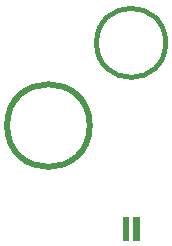
<source format=gbr>
G04 #@! TF.GenerationSoftware,KiCad,Pcbnew,(6.0.2)*
G04 #@! TF.CreationDate,2023-02-06T21:03:41-08:00*
G04 #@! TF.ProjectId,EWL_FlexPC,45574c5f-466c-4657-9850-432e6b696361,rev?*
G04 #@! TF.SameCoordinates,Original*
G04 #@! TF.FileFunction,Soldermask,Top*
G04 #@! TF.FilePolarity,Negative*
%FSLAX46Y46*%
G04 Gerber Fmt 4.6, Leading zero omitted, Abs format (unit mm)*
G04 Created by KiCad (PCBNEW (6.0.2)) date 2023-02-06 21:03:41*
%MOMM*%
%LPD*%
G01*
G04 APERTURE LIST*
%ADD10C,0.450000*%
%ADD11C,0.500000*%
%ADD12C,0.100000*%
G04 APERTURE END LIST*
D10*
X52925000Y-30000000D02*
G75*
G03*
X52925000Y-30000000I-2925000J0D01*
G01*
D11*
X46500000Y-37000000D02*
G75*
G03*
X46500000Y-37000000I-3500000J0D01*
G01*
D12*
X49275000Y-44775000D02*
X49275000Y-46550000D01*
X49275000Y-46550000D02*
X49275000Y-46650000D01*
X49275000Y-46650000D02*
X49775000Y-46650000D01*
X49775000Y-46650000D02*
X49775000Y-44775000D01*
X49775000Y-44775000D02*
X49275000Y-44775000D01*
G36*
X49775000Y-46650000D02*
G01*
X49275000Y-46650000D01*
X49275000Y-44775000D01*
X49775000Y-44775000D01*
X49775000Y-46650000D01*
G37*
X49775000Y-46650000D02*
X49275000Y-46650000D01*
X49275000Y-44775000D01*
X49775000Y-44775000D01*
X49775000Y-46650000D01*
X50175000Y-44775000D02*
X50175000Y-46550000D01*
X50175000Y-46550000D02*
X50175000Y-46650000D01*
X50175000Y-46650000D02*
X50675000Y-46650000D01*
X50675000Y-46650000D02*
X50675000Y-44775000D01*
X50675000Y-44775000D02*
X50175000Y-44775000D01*
G36*
X50675000Y-46650000D02*
G01*
X50175000Y-46650000D01*
X50175000Y-44775000D01*
X50675000Y-44775000D01*
X50675000Y-46650000D01*
G37*
X50675000Y-46650000D02*
X50175000Y-46650000D01*
X50175000Y-44775000D01*
X50675000Y-44775000D01*
X50675000Y-46650000D01*
M02*

</source>
